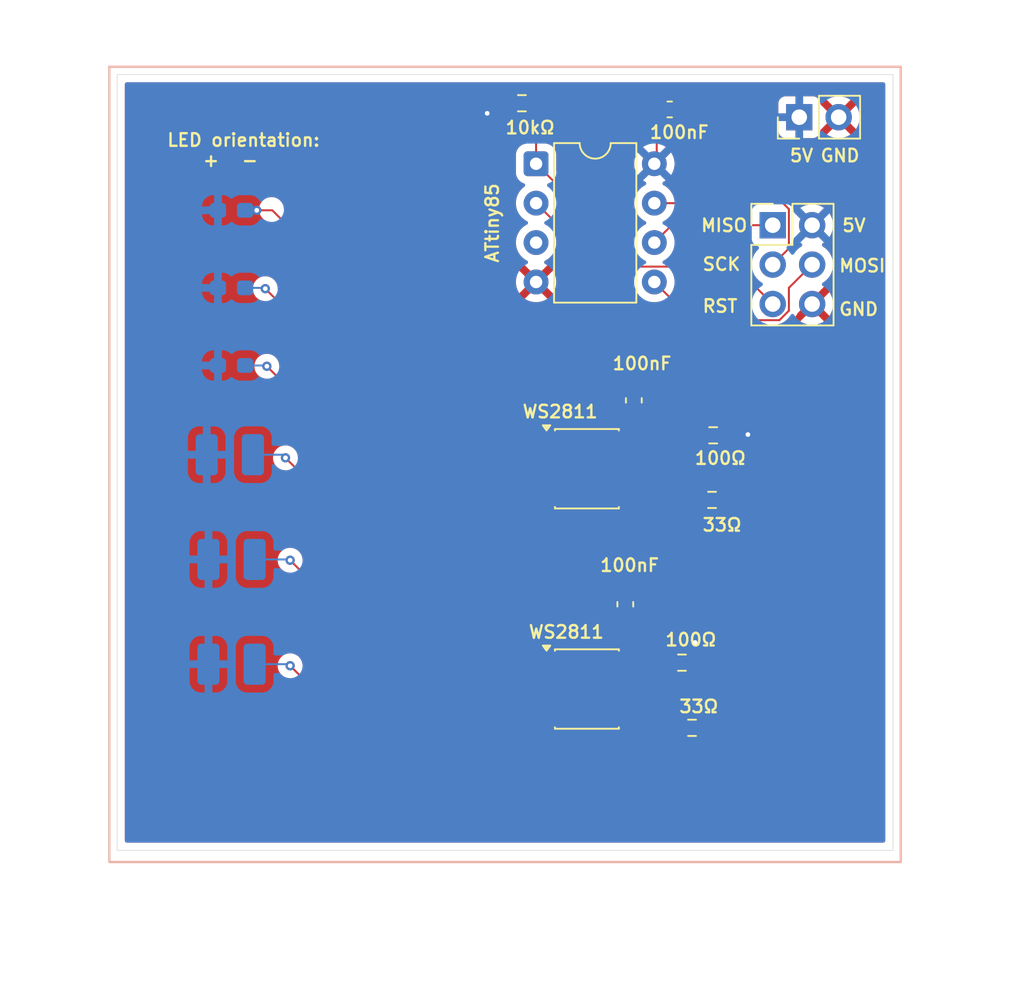
<source format=kicad_pcb>
(kicad_pcb (version 20241229) (generator "pcbnew") (generator_version "9.0")
  (layers (0 "F.Cu" signal "Front") (4 "In1.Cu" signal) (6 "In2.Cu" signal) (2 "B.Cu" signal "Back") (13 "F.Paste" user) (15 "B.Paste" user) (5 "F.SilkS" user "F.Silkscreen") (7 "B.SilkS" user "B.Silkscreen") (1 "F.Mask" user) (3 "B.Mask" user) (25 "Edge.Cuts" user))
  (net 0 "")
  (net 1 "Net-(U2-SET)")
  (net 2 "GND")
  (net 3 "Net-(U1-SET)")
  (net 4 "+5V")
  (net 5 "Net-(D1-K)")
  (net 6 "Net-(D2-K)")
  (net 7 "Net-(D3-K)")
  (net 8 "Net-(D4-K)")
  (net 9 "Net-(D5-K)")
  (net 10 "Net-(D6-K)")
  (net 11 "/PROGRAM_RST")
  (net 12 "/PROGRAM_MOSI")
  (net 13 "/PROGRAM_SCK")
  (net 14 "/PROGRAM_MISO")
  (net 15 "Net-(U3-XTAL1{slash}PB3)")
  (net 16 "Net-(U1-DIN)")
  (net 17 "Net-(U2-DIN)")
  (net 18 "Net-(U1-DO)")
  (footprint "Resistor_SMD:R_0603_1608Metric_Pad0.98x0.95mm_HandSolder" (layer "F.Cu") (at 98.3375 56.85)
    (property "Reference" "R5" (hide yes))
    (property "Value" "10k" (hide yes))
    (fp_line (start -0.254724 -0.5225) (end 0.254724 -0.5225) (stroke (width 0.12)) (layer "F.SilkS"))
    (fp_line (start -0.254724 0.5225) (end 0.254724 0.5225) (stroke (width 0.12)) (layer "F.SilkS"))
    (pad "1" smd roundrect (at -0.9125 0) (size 0.975 0.95) (layers "F.Cu" "F.Mask" "F.Paste") (net 4 "+5V"))
    (pad "2" smd roundrect (at 0.9125 0) (size 0.975 0.95) (layers "F.Cu" "F.Mask" "F.Paste") (net 11 "/PROGRAM_RST"))
  )
  (footprint "Capacitor_SMD:C_0603_1608Metric_Pad1.08x0.95mm_HandSolder" (layer "F.Cu") (at 105.55 76 -90)
    (property "Reference" "C2" (hide yes))
    (property "Value" "100n" (hide yes))
    (fp_line (start -0.146267 0.51) (end 0.146267 0.51) (stroke (width 0.12)) (layer "F.SilkS"))
    (fp_line (start -0.146267 -0.51) (end 0.146267 -0.51) (stroke (width 0.12)) (layer "F.SilkS"))
    (pad "1" smd roundrect (at -0.8625 0 270) (size 1.075 0.95) (layers "F.Cu" "F.Mask" "F.Paste") (net 2 "GND"))
    (pad "2" smd roundrect (at 0.8625 0 270) (size 1.075 0.95) (layers "F.Cu" "F.Mask" "F.Paste") (net 3 "Net-(U1-SET)"))
  )
  (footprint "Resistor_SMD:R_0603_1608Metric_Pad0.98x0.95mm_HandSolder" (layer "F.Cu") (at 110.5875 82.4125)
    (property "Reference" "R2" (hide yes))
    (property "Value" "33" (hide yes))
    (fp_line (start -0.254724 -0.5225) (end 0.254724 -0.5225) (stroke (width 0.12)) (layer "F.SilkS"))
    (fp_line (start -0.254724 0.5225) (end 0.254724 0.5225) (stroke (width 0.12)) (layer "F.SilkS"))
    (pad "1" smd roundrect (at -0.9125 0) (size 0.975 0.95) (layers "F.Cu" "F.Mask" "F.Paste") (net 16 "Net-(U1-DIN)"))
    (pad "2" smd roundrect (at 0.9125 0) (size 0.975 0.95) (layers "F.Cu" "F.Mask" "F.Paste") (net 15 "Net-(U3-XTAL1{slash}PB3)"))
  )
  (footprint "Package_SO:SOIC-8_3.9x4.9mm_P1.27mm" (layer "F.Cu") (at 102.525 80.405)
    (property "Reference" "U1" (hide yes))
    (property "Value" "WS2811" (hide yes))
    (fp_line (start -2.06 -2.56) (end 2.06 -2.56) (stroke (width 0.12)) (layer "F.SilkS"))
    (fp_line (start -2.06 -2.465) (end -2.06 -2.56) (stroke (width 0.12)) (layer "F.SilkS"))
    (fp_line (start -2.06 2.56) (end -2.06 2.465) (stroke (width 0.12)) (layer "F.SilkS"))
    (fp_line (start 2.06 -2.56) (end 2.06 -2.465) (stroke (width 0.12)) (layer "F.SilkS"))
    (fp_line (start 2.06 2.465) (end 2.06 2.56) (stroke (width 0.12)) (layer "F.SilkS"))
    (fp_line (start 2.06 2.56) (end -2.06 2.56) (stroke (width 0.12)) (layer "F.SilkS"))
    (fp_poly (pts (xy -2.6 -2.47) (xy -2.84 -2.8) (xy -2.36 -2.8)) (stroke (width 0.12)) (fill yes) (layer "F.SilkS"))
    (pad "1" smd roundrect (at -2.475 -1.905) (size 1.95 0.6) (layers "F.Cu" "F.Mask" "F.Paste") (net 5 "Net-(D1-K)"))
    (pad "2" smd roundrect (at -2.475 -0.635) (size 1.95 0.6) (layers "F.Cu" "F.Mask" "F.Paste") (net 6 "Net-(D2-K)"))
    (pad "3" smd roundrect (at -2.475 0.635) (size 1.95 0.6) (layers "F.Cu" "F.Mask" "F.Paste") (net 7 "Net-(D3-K)"))
    (pad "4" smd roundrect (at -2.475 1.905) (size 1.95 0.6) (layers "F.Cu" "F.Mask" "F.Paste") (net 2 "GND"))
    (pad "5" smd roundrect (at 2.475 1.905) (size 1.95 0.6) (layers "F.Cu" "F.Mask" "F.Paste") (net 18 "Net-(U1-DO)"))
    (pad "6" smd roundrect (at 2.475 0.635) (size 1.95 0.6) (layers "F.Cu" "F.Mask" "F.Paste") (net 16 "Net-(U1-DIN)"))
    (pad "7" smd roundrect (at 2.475 -0.635) (size 1.95 0.6) (layers "F.Cu" "F.Mask" "F.Paste") (net 3 "Net-(U1-SET)"))
    (pad "8" smd roundrect (at 2.475 -1.905) (size 1.95 0.6) (layers "F.Cu" "F.Mask" "F.Paste") (net 3 "Net-(U1-SET)"))
  )
  (footprint "Resistor_SMD:R_0603_1608Metric_Pad0.98x0.95mm_HandSolder" (layer "F.Cu") (at 109.3 97.1 180)
    (property "Reference" "R3" (hide yes))
    (property "Value" "33" (hide yes))
    (fp_line (start -0.254724 0.5225) (end 0.254724 0.5225) (stroke (width 0.12)) (layer "F.SilkS"))
    (fp_line (start -0.254724 -0.5225) (end 0.254724 -0.5225) (stroke (width 0.12)) (layer "F.SilkS"))
    (pad "1" smd roundrect (at -0.9125 0 180) (size 0.975 0.95) (layers "F.Cu" "F.Mask" "F.Paste") (net 18 "Net-(U1-DO)"))
    (pad "2" smd roundrect (at 0.9125 0 180) (size 0.975 0.95) (layers "F.Cu" "F.Mask" "F.Paste") (net 17 "Net-(U2-DIN)"))
  )
  (footprint "Resistor_SMD:R_0603_1608Metric_Pad0.98x0.95mm_HandSolder" (layer "F.Cu") (at 108.65 92.9 180)
    (property "Reference" "R1" (hide yes))
    (property "Value" "100" (hide yes))
    (fp_line (start -0.254724 0.5225) (end 0.254724 0.5225) (stroke (width 0.12)) (layer "F.SilkS"))
    (fp_line (start -0.254724 -0.5225) (end 0.254724 -0.5225) (stroke (width 0.12)) (layer "F.SilkS"))
    (pad "1" smd roundrect (at -0.9125 0 180) (size 0.975 0.95) (layers "F.Cu" "F.Mask" "F.Paste") (net 4 "+5V"))
    (pad "2" smd roundrect (at 0.9125 0 180) (size 0.975 0.95) (layers "F.Cu" "F.Mask" "F.Paste") (net 1 "Net-(U2-SET)"))
  )
  (footprint "Package_DIP:DIP-8_W7.62mm" (layer "F.Cu") (at 99.25 60.75)
    (property "Reference" "U3" (hide yes))
    (property "Value" "ATtiny85-20P")
    (fp_line (start 1.16 -1.33) (end 1.16 8.95) (stroke (width 0.12)) (layer "F.SilkS"))
    (fp_line (start 1.16 8.95) (end 6.46 8.95) (stroke (width 0.12)) (layer "F.SilkS"))
    (fp_line (start 2.81 -1.33) (end 1.16 -1.33) (stroke (width 0.12)) (layer "F.SilkS"))
    (fp_line (start 6.46 -1.33) (end 4.81 -1.33) (stroke (width 0.12)) (layer "F.SilkS"))
    (fp_line (start 6.46 8.95) (end 6.46 -1.33) (stroke (width 0.12)) (layer "F.SilkS"))
    (fp_arc (start 4.81 -1.33) (mid 3.81 -0.33) (end 2.81 -1.33) (stroke (width 0.12)) (layer "F.SilkS"))
    (pad "1" thru_hole roundrect (at 0 0) (size 1.6 1.6) (drill 0.8) (layers "*.Cu" "*.Mask") (roundrect_rratio 0.15625) (net 11 "/PROGRAM_RST"))
    (pad "2" thru_hole circle (at 0 2.54) (size 1.6 1.6) (drill 0.8) (layers "*.Cu" "*.Mask") (net 15 "Net-(U3-XTAL1{slash}PB3)"))
    (pad "3" thru_hole circle (at 0 5.08) (size 1.6 1.6) (drill 0.8) (layers "*.Cu" "*.Mask"))
    (pad "4" thru_hole circle (at 0 7.62) (size 1.6 1.6) (drill 0.8) (layers "*.Cu" "*.Mask") (net 2 "GND"))
    (pad "5" thru_hole circle (at 7.62 7.62) (size 1.6 1.6) (drill 0.8) (layers "*.Cu" "*.Mask") (net 12 "/PROGRAM_MOSI"))
    (pad "6" thru_hole circle (at 7.62 5.08) (size 1.6 1.6) (drill 0.8) (layers "*.Cu" "*.Mask") (net 14 "/PROGRAM_MISO"))
    (pad "7" thru_hole circle (at 7.62 2.54) (size 1.6 1.6) (drill 0.8) (layers "*.Cu" "*.Mask") (net 13 "/PROGRAM_SCK"))
    (pad "8" thru_hole circle (at 7.62 0) (size 1.6 1.6) (drill 0.8) (layers "*.Cu" "*.Mask") (net 4 "+5V"))
  )
  (footprint "Package_SO:SOIC-8_3.9x4.9mm_P1.27mm" (layer "F.Cu") (at 102.525 94.6)
    (property "Reference" "U2" (hide yes))
    (property "Value" "WS2811" (hide yes))
    (fp_line (start -2.06 -2.56) (end 2.06 -2.56) (stroke (width 0.12)) (layer "F.SilkS"))
    (fp_line (start -2.06 -2.465) (end -2.06 -2.56) (stroke (width 0.12)) (layer "F.SilkS"))
    (fp_line (start -2.06 2.56) (end -2.06 2.465) (stroke (width 0.12)) (layer "F.SilkS"))
    (fp_line (start 2.06 -2.56) (end 2.06 -2.465) (stroke (width 0.12)) (layer "F.SilkS"))
    (fp_line (start 2.06 2.465) (end 2.06 2.56) (stroke (width 0.12)) (layer "F.SilkS"))
    (fp_line (start 2.06 2.56) (end -2.06 2.56) (stroke (width 0.12)) (layer "F.SilkS"))
    (fp_poly (pts (xy -2.6 -2.47) (xy -2.84 -2.8) (xy -2.36 -2.8)) (stroke (width 0.12)) (fill yes) (layer "F.SilkS"))
    (pad "1" smd roundrect (at -2.475 -1.905) (size 1.95 0.6) (layers "F.Cu" "F.Mask" "F.Paste") (net 8 "Net-(D4-K)"))
    (pad "2" smd roundrect (at -2.475 -0.635) (size 1.95 0.6) (layers "F.Cu" "F.Mask" "F.Paste") (net 9 "Net-(D5-K)"))
    (pad "3" smd roundrect (at -2.475 0.635) (size 1.95 0.6) (layers "F.Cu" "F.Mask" "F.Paste") (net 10 "Net-(D6-K)"))
    (pad "4" smd roundrect (at -2.475 1.905) (size 1.95 0.6) (layers "F.Cu" "F.Mask" "F.Paste") (net 2 "GND"))
    (pad "5" smd roundrect (at 2.475 1.905) (size 1.95 0.6) (layers "F.Cu" "F.Mask" "F.Paste"))
    (pad "6" smd roundrect (at 2.475 0.635) (size 1.95 0.6) (layers "F.Cu" "F.Mask" "F.Paste") (net 17 "Net-(U2-DIN)"))
    (pad "7" smd roundrect (at 2.475 -0.635) (size 1.95 0.6) (layers "F.Cu" "F.Mask" "F.Paste") (net 1 "Net-(U2-SET)"))
    (pad "8" smd roundrect (at 2.475 -1.905) (size 1.95 0.6) (layers "F.Cu" "F.Mask" "F.Paste") (net 1 "Net-(U2-SET)"))
  )
  (footprint "Connector_PinHeader_2.54mm:PinHeader_1x02_P2.54mm_Vertical" (layer "F.Cu") (at 116.21 57.75 90)
    (property "Reference" "J2" (hide yes))
    (property "Value" "Conn_01x02")
    (fp_line (start -1.38 -1.38) (end 0 -1.38) (stroke (width 0.12)) (layer "F.SilkS"))
    (fp_line (start -1.38 0) (end -1.38 -1.38) (stroke (width 0.12)) (layer "F.SilkS"))
    (fp_line (start 1.38 1.27) (end 1.38 3.92) (stroke (width 0.12)) (layer "F.SilkS"))
    (fp_line (start -1.38 1.27) (end 1.38 1.27) (stroke (width 0.12)) (layer "F.SilkS"))
    (fp_line (start -1.38 1.27) (end -1.38 3.92) (stroke (width 0.12)) (layer "F.SilkS"))
    (fp_line (start -1.38 3.92) (end 1.38 3.92) (stroke (width 0.12)) (layer "F.SilkS"))
    (pad "1" thru_hole rect (at 0 0 90) (size 1.7 1.7) (drill 1) (layers "*.Cu" "*.Mask") (net 4 "+5V"))
    (pad "2" thru_hole circle (at 0 2.54 90) (size 1.7 1.7) (drill 1) (layers "*.Cu" "*.Mask") (net 2 "GND"))
  )
  (footprint "Resistor_SMD:R_0603_1608Metric_Pad0.98x0.95mm_HandSolder" (layer "F.Cu") (at 110.6625 78.25 180)
    (property "Reference" "R4" (hide yes))
    (property "Value" "100" (hide yes))
    (fp_line (start -0.254724 0.5225) (end 0.254724 0.5225) (stroke (width 0.12)) (layer "F.SilkS"))
    (fp_line (start -0.254724 -0.5225) (end 0.254724 -0.5225) (stroke (width 0.12)) (layer "F.SilkS"))
    (pad "1" smd roundrect (at -0.9125 0 180) (size 0.975 0.95) (layers "F.Cu" "F.Mask" "F.Paste") (net 4 "+5V"))
    (pad "2" smd roundrect (at 0.9125 0 180) (size 0.975 0.95) (layers "F.Cu" "F.Mask" "F.Paste") (net 3 "Net-(U1-SET)"))
  )
  (footprint "Capacitor_SMD:C_0603_1608Metric_Pad1.08x0.95mm_HandSolder" (layer "F.Cu") (at 107.8625 57.25 180)
    (property "Reference" "C3" (hide yes))
    (property "Value" "100n" (hide yes))
    (fp_line (start -0.146267 0.51) (end 0.146267 0.51) (stroke (width 0.12)) (layer "F.SilkS"))
    (fp_line (start -0.146267 -0.51) (end 0.146267 -0.51) (stroke (width 0.12)) (layer "F.SilkS"))
    (pad "1" smd roundrect (at -0.8625 0 180) (size 1.075 0.95) (layers "F.Cu" "F.Mask" "F.Paste") (net 2 "GND"))
    (pad "2" smd roundrect (at 0.8625 0 180) (size 1.075 0.95) (layers "F.Cu" "F.Mask" "F.Paste") (net 4 "+5V"))
  )
  (footprint "Capacitor_SMD:C_0603_1608Metric_Pad1.08x0.95mm_HandSolder" (layer "F.Cu") (at 105 89.1375 -90)
    (property "Reference" "C1" (hide yes))
    (property "Value" "100n" (hide yes))
    (fp_line (start -0.146267 0.51) (end 0.146267 0.51) (stroke (width 0.12)) (layer "F.SilkS"))
    (fp_line (start -0.146267 -0.51) (end 0.146267 -0.51) (stroke (width 0.12)) (layer "F.SilkS"))
    (pad "1" smd roundrect (at -0.8625 0 270) (size 1.075 0.95) (layers "F.Cu" "F.Mask" "F.Paste") (net 2 "GND"))
    (pad "2" smd roundrect (at 0.8625 0 270) (size 1.075 0.95) (layers "F.Cu" "F.Mask" "F.Paste") (net 1 "Net-(U2-SET)"))
  )
  (footprint "Connector_PinHeader_2.54mm:PinHeader_2x03_P2.54mm_Vertical" (layer "F.Cu") (at 114.5 64.71)
    (property "Reference" "J3" (hide yes))
    (property "Value" "Conn_02x03_Odd_Even")
    (fp_line (start -1.38 -1.38) (end 0 -1.38) (stroke (width 0.12)) (layer "F.SilkS"))
    (fp_line (start -1.38 0) (end -1.38 -1.38) (stroke (width 0.12)) (layer "F.SilkS"))
    (fp_line (start -1.38 1.27) (end -1.38 6.46) (stroke (width 0.12)) (layer "F.SilkS"))
    (fp_line (start -1.38 1.27) (end 1.27 1.27) (stroke (width 0.12)) (layer "F.SilkS"))
    (fp_line (start -1.38 6.46) (end 3.92 6.46) (stroke (width 0.12)) (layer "F.SilkS"))
    (fp_line (start 1.27 -1.38) (end 3.92 -1.38) (stroke (width 0.12)) (layer "F.SilkS"))
    (fp_line (start 1.27 1.27) (end 1.27 -1.38) (stroke (width 0.12)) (layer "F.SilkS"))
    (fp_line (start 3.92 -1.38) (end 3.92 6.46) (stroke (width 0.12)) (layer "F.SilkS"))
    (pad "1" thru_hole rect (at 0 0) (size 1.7 1.7) (drill 1) (layers "*.Cu" "*.Mask") (net 14 "/PROGRAM_MISO"))
    (pad "2" thru_hole circle (at 2.54 0) (size 1.7 1.7) (drill 1) (layers "*.Cu" "*.Mask") (net 4 "+5V"))
    (pad "3" thru_hole circle (at 0 2.54) (size 1.7 1.7) (drill 1) (layers "*.Cu" "*.Mask") (net 13 "/PROGRAM_SCK"))
    (pad "4" thru_hole circle (at 2.54 2.54) (size 1.7 1.7) (drill 1) (layers "*.Cu" "*.Mask") (net 12 "/PROGRAM_MOSI"))
    (pad "5" thru_hole circle (at 0 5.08) (size 1.7 1.7) (drill 1) (layers "*.Cu" "*.Mask") (net 11 "/PROGRAM_RST"))
    (pad "6" thru_hole circle (at 2.54 5.08) (size 1.7 1.7) (drill 1) (layers "*.Cu" "*.Mask") (net 2 "GND"))
  )
  (footprint "LED_SMD:LED_1210_3225Metric_Pad1.42x2.65mm_HandSolder" (layer "B.Cu") (at 79.625 93 180)
    (property "Reference" "D6" (hide yes))
    (property "Value" "LED")
    (pad "1" smd roundrect (at -1.4875 0 180) (size 1.425 2.65) (layers "B.Cu" "B.Mask" "B.Paste") (roundrect_rratio 0.175439) (net 10 "Net-(D6-K)"))
    (pad "2" smd roundrect (at 1.4875 0 180) (size 1.425 2.65) (layers "B.Cu" "B.Mask" "B.Paste") (roundrect_rratio 0.175439) (net 4 "+5V"))
  )
  (footprint "LED_SMD:LED_0603_1608Metric_Pad1.05x0.95mm_HandSolder" (layer "B.Cu") (at 79.625 73.75 180)
    (property "Reference" "D3" (hide yes))
    (property "Value" "LED")
    (pad "1" smd roundrect (at -0.875 0 180) (size 1.05 0.95) (layers "B.Cu" "B.Mask" "B.Paste") (net 7 "Net-(D3-K)"))
    (pad "2" smd roundrect (at 0.875 0 180) (size 1.05 0.95) (layers "B.Cu" "B.Mask" "B.Paste") (net 4 "+5V"))
  )
  (footprint "LED_SMD:LED_1210_3225Metric_Pad1.42x2.65mm_HandSolder" (layer "B.Cu") (at 79.625 86.25 180)
    (property "Reference" "D5" (hide yes))
    (property "Value" "LED")
    (pad "1" smd roundrect (at -1.4875 0 180) (size 1.425 2.65) (layers "B.Cu" "B.Mask" "B.Paste") (roundrect_rratio 0.175439) (net 9 "Net-(D5-K)"))
    (pad "2" smd roundrect (at 1.4875 0 180) (size 1.425 2.65) (layers "B.Cu" "B.Mask" "B.Paste") (roundrect_rratio 0.175439) (net 4 "+5V"))
  )
  (footprint "LED_SMD:LED_1210_3225Metric_Pad1.42x2.65mm_HandSolder" (layer "B.Cu") (at 79.5125 79.5 180)
    (property "Reference" "D4" (hide yes))
    (property "Value" "LED")
    (pad "1" smd roundrect (at -1.4875 0 180) (size 1.425 2.65) (layers "B.Cu" "B.Mask" "B.Paste") (roundrect_rratio 0.175439) (net 8 "Net-(D4-K)"))
    (pad "2" smd roundrect (at 1.4875 0 180) (size 1.425 2.65) (layers "B.Cu" "B.Mask" "B.Paste") (roundrect_rratio 0.175439) (net 4 "+5V"))
  )
  (footprint "LED_SMD:LED_0603_1608Metric_Pad1.05x0.95mm_HandSolder" (layer "B.Cu") (at 79.625 63.75 180)
    (property "Reference" "D1" (hide yes))
    (property "Value" "LED")
    (pad "1" smd roundrect (at -0.875 0 180) (size 1.05 0.95) (layers "B.Cu" "B.Mask" "B.Paste") (net 5 "Net-(D1-K)"))
    (pad "2" smd roundrect (at 0.875 0 180) (size 1.05 0.95) (layers "B.Cu" "B.Mask" "B.Paste") (net 4 "+5V"))
  )
  (footprint "LED_SMD:LED_0603_1608Metric_Pad1.05x0.95mm_HandSolder" (layer "B.Cu") (at 79.625 68.75 180)
    (property "Reference" "D2" (hide yes))
    (property "Value" "LED")
    (pad "1" smd roundrect (at -0.875 0 180) (size 1.05 0.95) (layers "B.Cu" "B.Mask" "B.Paste") (net 6 "Net-(D2-K)"))
    (pad "2" smd roundrect (at 0.875 0 180) (size 1.05 0.95) (layers "B.Cu" "B.Mask" "B.Paste") (net 4 "+5V"))
  )
  (gr_rect (start 71.75 54.5) (end 122.75 105.75) (stroke (width 0.1524)) (fill no) (layer "B.SilkS"))
  (gr_rect (start 72.25 55) (end 122.25 105) (stroke (width 0.0381)) (fill no) (layer "Edge.Cuts"))
  (gr_text "+" (at 77.7 61 0) (layer "F.SilkS") (effects (font (size 0.8128 0.8128) (thickness 0.1524) (bold yes)) (justify left bottom)))
  (gr_text "100Ω" (at 109.4 80.2 0) (layer "F.SilkS") (effects (font (size 0.8128 0.8128) (thickness 0.1524) (bold yes)) (justify left bottom)))
  (gr_text "100nF" (at 103.3 87.1 0) (layer "F.SilkS") (effects (font (size 0.8128 0.8128) (thickness 0.1524) (bold yes)) (justify left bottom)))
  (gr_text "100nF" (at 106.5 59.2 0) (layer "F.SilkS") (effects (font (size 0.8128 0.8128) (thickness 0.1524) (bold yes)) (justify left bottom)))
  (gr_text "33Ω" (at 108.4 96.2 0) (layer "F.SilkS") (effects (font (size 0.8128 0.8128) (thickness 0.1524) (bold yes)) (justify left bottom)))
  (gr_text "MISO" (at 109.8 65.2 0) (layer "F.SilkS") (effects (font (size 0.8128 0.8128) (thickness 0.1524) (bold yes)) (justify left bottom)))
  (gr_text "RST" (at 109.9 70.4 0) (layer "F.SilkS") (effects (font (size 0.8128 0.8128) (thickness 0.1524) (bold yes)) (justify left bottom)))
  (gr_text "100nF" (at 104.1 74.1 0) (layer "F.SilkS") (effects (font (size 0.8128 0.8128) (thickness 0.1524) (bold yes)) (justify left bottom)))
  (gr_text "5V" (at 118.9 65.2 0) (layer "F.SilkS") (effects (font (size 0.8128 0.8128) (thickness 0.1524) (bold yes)) (justify left bottom)))
  (gr_text "MOSI" (at 118.7 67.8 0) (layer "F.SilkS") (effects (font (size 0.8128 0.8128) (thickness 0.1524) (bold yes)) (justify left bottom)))
  (gr_text "10kΩ" (at 97.2 58.9 0) (layer "F.SilkS") (effects (font (size 0.8128 0.8128) (thickness 0.1524) (bold yes)) (justify left bottom)))
  (gr_text "33Ω" (at 109.9 84.5 0) (layer "F.SilkS") (effects (font (size 0.8128 0.8128) (thickness 0.1524) (bold yes)) (justify left bottom)))
  (gr_text "LED orientation:" (at 75.4 59.7 0) (layer "F.SilkS") (effects (font (size 0.8128 0.8128) (thickness 0.1524) (bold yes)) (justify left bottom)))
  (gr_text "GND" (at 117.5 60.7 0) (layer "F.SilkS") (effects (font (size 0.8128 0.8128) (thickness 0.1524) (bold yes)) (justify left bottom)))
  (gr_text "-" (at 80.2 61 0) (layer "F.SilkS") (effects (font (size 0.8128 0.8128) (thickness 0.1524) (bold yes)) (justify left bottom)))
  (gr_text "WS2811" (at 98.7 91.4 0) (layer "F.SilkS") (effects (font (size 0.8128 0.8128) (thickness 0.1524) (bold yes)) (justify left bottom)))
  (gr_text "SCK" (at 109.9 67.7 0) (layer "F.SilkS") (effects (font (size 0.8128 0.8128) (thickness 0.1524) (bold yes)) (justify left bottom)))
  (gr_text "WS2811" (at 98.3 77.2 0) (layer "F.SilkS") (effects (font (size 0.8128 0.8128) (thickness 0.1524) (bold yes)) (justify left bottom)))
  (gr_text "GND" (at 118.7 70.6 0) (layer "F.SilkS") (effects (font (size 0.8128 0.8128) (thickness 0.1524) (bold yes)) (justify left bottom)))
  (gr_text "5V" (at 115.52 60.7 0) (layer "F.SilkS") (effects (font (size 0.8128 0.8128) (thickness 0.1524) (bold yes)) (justify left bottom)))
  (gr_text "100Ω" (at 107.5 91.9 0) (layer "F.SilkS") (effects (font (size 0.8128 0.8128) (thickness 0.1524) (bold yes)) (justify left bottom)))
  (gr_text "ATtiny85" (at 96.9 67.2 90) (layer "F.SilkS") (effects (font (size 0.8128 0.8128) (thickness 0.1524) (bold yes)) (justify left bottom)))
  (segment (start 105 92.695) (end 105 93.965) (width 0.127) (layer "F.Cu") (net 1))
  (segment (start 105.205 92.9) (end 105 92.695) (width 0.127) (layer "F.Cu") (net 1))
  (segment (start 105.025 92.67) (end 105 92.695) (width 0.127) (layer "F.Cu") (net 1))
  (segment (start 105.025 90.525) (end 105.025 92.67) (width 0.127) (layer "F.Cu") (net 1))
  (segment (start 107.7375 92.9) (end 105.205 92.9) (width 0.127) (layer "F.Cu") (net 1))
  (segment (start 105.25 78.25) (end 105 78.5) (width 0.127) (layer "F.Cu") (net 3))
  (segment (start 109.75 78.25) (end 105.25 78.25) (width 0.127) (layer "F.Cu") (net 3))
  (segment (start 105 78.5) (end 105.5 78) (width 0.127) (layer "F.Cu") (net 3))
  (segment (start 105.5 76.9125) (end 105.55 76.8625) (width 0.127) (layer "F.Cu") (net 3))
  (segment (start 105 79.77) (end 105 78.5) (width 0.127) (layer "F.Cu") (net 3))
  (segment (start 105.5 78) (end 105.5 76.9125) (width 0.127) (layer "F.Cu") (net 3))
  (segment (start 112.85 78.25) (end 112.9 78.2) (width 0.127) (layer "F.Cu") (net 4))
  (segment (start 109.5625 92.9) (end 109.5625 91.6625) (width 0.127) (layer "F.Cu") (net 4))
  (segment (start 96.775 57.5) (end 96.1 57.5) (width 0.127) (layer "F.Cu") (net 4))
  (segment (start 111.575 78.25) (end 112.85 78.25) (width 0.127) (layer "F.Cu") (net 4))
  (segment (start 97.425 56.85) (end 96.775 57.5) (width 0.127) (layer "F.Cu") (net 4))
  (segment (start 107.025 57.75) (end 107.025 60.595) (width 0.127) (layer "F.Cu") (net 4))
  (segment (start 109.5625 91.6625) (end 109.5 91.6) (width 0.127) (layer "F.Cu") (net 4))
  (segment (start 107.025 60.595) (end 106.87 60.75) (width 0.127) (layer "F.Cu") (net 4))
  (via (at 112.9 78.2) (size 0.6) (drill 0.3) (layers "F.Cu" "B.Cu") (net 4))
  (via (at 109.5 91.6) (size 0.6) (drill 0.3) (layers "F.Cu" "B.Cu") (net 4))
  (via (at 96.1 57.5) (size 0.6) (drill 0.3) (layers "F.Cu" "B.Cu") (net 4))
  (segment (start 96.1 57.5) (end 96.1 57.45) (width 0.127) (layer "B.Cu") (net 4))
  (segment (start 97 78.5) (end 100.05 78.5) (width 0.127) (layer "F.Cu") (net 5))
  (segment (start 81.25 63.75) (end 82.25 63.75) (width 0.127) (layer "F.Cu") (net 5))
  (segment (start 82.25 63.75) (end 97 78.5) (width 0.127) (layer "F.Cu") (net 5))
  (via (at 81.25 63.75) (size 0.6) (drill 0.3) (layers "F.Cu" "B.Cu") (net 5))
  (segment (start 81.25 63.75) (end 80.5 63.75) (width 0.127) (layer "B.Cu") (net 5))
  (segment (start 100.05 79.77) (end 92.77 79.77) (width 0.127) (layer "F.Cu") (net 6))
  (segment (start 92.77 79.77) (end 81.8 68.8) (width 0.127) (layer "F.Cu") (net 6))
  (via (at 81.8 68.8) (size 0.6) (drill 0.3) (layers "F.Cu" "B.Cu") (net 6))
  (segment (start 81.8 68.8) (end 81.75 68.75) (width 0.127) (layer "B.Cu") (net 6))
  (segment (start 81.75 68.75) (end 80.5 68.75) (width 0.127) (layer "B.Cu") (net 6))
  (segment (start 100.05 81.04) (end 89.14 81.04) (width 0.127) (layer "F.Cu") (net 7))
  (segment (start 89.14 81.04) (end 81.9 73.8) (width 0.127) (layer "F.Cu") (net 7))
  (via (at 81.9 73.8) (size 0.6) (drill 0.3) (layers "F.Cu" "B.Cu") (net 7))
  (segment (start 81.9 73.8) (end 81.85 73.75) (width 0.127) (layer "B.Cu") (net 7))
  (segment (start 81.85 73.75) (end 80.5 73.75) (width 0.127) (layer "B.Cu") (net 7))
  (segment (start 100.05 92.695) (end 96.095 92.695) (width 0.127) (layer "F.Cu") (net 8))
  (segment (start 96.095 92.695) (end 83.1 79.7) (width 0.127) (layer "F.Cu") (net 8))
  (via (at 83.1 79.7) (size 0.6) (drill 0.3) (layers "F.Cu" "B.Cu") (net 8))
  (segment (start 82.9 79.5) (end 81 79.5) (width 0.127) (layer "B.Cu") (net 8))
  (segment (start 83.1 79.7) (end 82.9 79.5) (width 0.127) (layer "B.Cu") (net 8))
  (segment (start 91.065 93.965) (end 83.4 86.3) (width 0.127) (layer "F.Cu") (net 9))
  (segment (start 100.05 93.965) (end 91.065 93.965) (width 0.127) (layer "F.Cu") (net 9))
  (via (at 83.4 86.3) (size 0.6) (drill 0.3) (layers "F.Cu" "B.Cu") (net 9))
  (segment (start 83.4 86.3) (end 83.35 86.25) (width 0.127) (layer "B.Cu") (net 9))
  (segment (start 83.35 86.25) (end 81.1125 86.25) (width 0.127) (layer "B.Cu") (net 9))
  (segment (start 85.535 95.235) (end 83.4 93.1) (width 0.127) (layer "F.Cu") (net 10))
  (segment (start 100.05 95.235) (end 85.535 95.235) (width 0.127) (layer "F.Cu") (net 10))
  (via (at 83.4 93.1) (size 0.6) (drill 0.3) (layers "F.Cu" "B.Cu") (net 10))
  (segment (start 83.4 93.1) (end 83.3 93) (width 0.127) (layer "B.Cu") (net 10))
  (segment (start 83.3 93) (end 81.1125 93) (width 0.127) (layer "B.Cu") (net 10))
  (segment (start 105.8785 67.3785) (end 99.25 60.75) (width 0.127) (layer "F.Cu") (net 11))
  (segment (start 99.25 56.85) (end 99.25 60.75) (width 0.127) (layer "F.Cu") (net 11))
  (segment (start 112.0885 67.3785) (end 105.8785 67.3785) (width 0.127) (layer "F.Cu") (net 11))
  (segment (start 114.5 69.79) (end 112.0885 67.3785) (width 0.127) (layer "F.Cu") (net 11))
  (segment (start 115.5415 70.221404) (end 114.931404 70.8315) (width 0.127) (layer "F.Cu") (net 12))
  (segment (start 117.04 67.25) (end 115.5415 68.7485) (width 0.127) (layer "F.Cu") (net 12))
  (segment (start 109.3315 70.8315) (end 106.87 68.37) (width 0.127) (layer "F.Cu") (net 12))
  (segment (start 114.931404 70.8315) (end 109.3315 70.8315) (width 0.127) (layer "F.Cu") (net 12))
  (segment (start 115.5415 68.7485) (end 115.5415 70.221404) (width 0.127) (layer "F.Cu") (net 12))
  (segment (start 115.5415 63.6685) (end 115.163 63.29) (width 0.127) (layer "F.Cu") (net 13))
  (segment (start 114.5 67.25) (end 115.5415 66.2085) (width 0.127) (layer "F.Cu") (net 13))
  (segment (start 115.163 63.29) (end 106.87 63.29) (width 0.127) (layer "F.Cu") (net 13))
  (segment (start 115.5415 66.2085) (end 115.5415 63.6685) (width 0.127) (layer "F.Cu") (net 13))
  (segment (start 114.5 64.71) (end 107.99 64.71) (width 0.127) (layer "F.Cu") (net 14))
  (segment (start 107.99 64.71) (end 106.87 65.83) (width 0.127) (layer "F.Cu") (net 14))
  (segment (start 110.896 81.8085) (end 110.896 74.936) (width 0.127) (layer "F.Cu") (net 15))
  (segment (start 110.896 74.936) (end 99.25 63.29) (width 0.127) (layer "F.Cu") (net 15))
  (segment (start 111.5 82.4125) (end 110.896 81.8085) (width 0.127) (layer "F.Cu") (net 15))
  (segment (start 108.3025 81.04) (end 105 81.04) (width 0.127) (layer "F.Cu") (net 16))
  (segment (start 109.675 82.4125) (end 108.3025 81.04) (width 0.127) (layer "F.Cu") (net 16))
  (segment (start 105.04 95.275) (end 105 95.235) (width 0.127) (layer "F.Cu") (net 17))
  (segment (start 106.5625 95.275) (end 105.04 95.275) (width 0.127) (layer "F.Cu") (net 17))
  (segment (start 108.3875 97.1) (end 106.5625 95.275) (width 0.127) (layer "F.Cu") (net 17))
  (segment (start 106.975 82.31) (end 110.5 85.835) (width 0.127) (layer "F.Cu") (net 18))
  (segment (start 110.5 96.8125) (end 110.2125 97.1) (width 0.127) (layer "F.Cu") (net 18))
  (segment (start 105 82.31) (end 106.975 82.31) (width 0.127) (layer "F.Cu") (net 18))
  (segment (start 110.5 85.835) (end 110.5 96.8125) (width 0.127) (layer "F.Cu") (net 18))
  (zone (net 2) (net_name "GND") (layer "F.Cu") (connect_pads (clearance 0.5)) (min_thickness 0.25) (fill yes (thermal_gap 0.5) (thermal_bridge_width 0.5))
    (polygon (pts (xy 70.25 53) (xy 125 53) (xy 125 109) (xy 70 109)))
  )
  (zone (net 4) (net_name "+5V") (layer "B.Cu") (connect_pads (clearance 0.5)) (min_thickness 0.25) (fill yes (thermal_gap 0.5) (thermal_bridge_width 0.5))
    (polygon (pts (xy 64.903764 50.197562) (xy 129.303764 50.997562) (xy 130.703764 113.597562) (xy 64.703764 112.397562)))
  )
)
</source>
